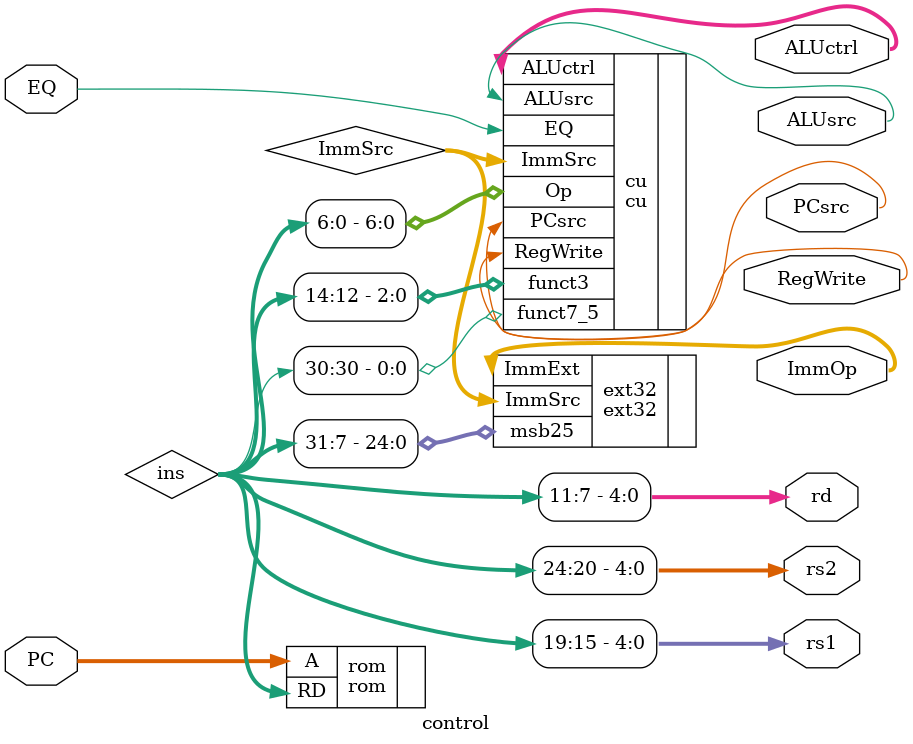
<source format=sv>
module control (
    //input logic                     clk,
    input logic     [31:0]          PC,
    input logic                     EQ,

    output logic                    RegWrite,   //Write enable for the register file
    output logic    [2:0]           ALUctrl,    //Configures ALU for required operation
    output logic                    ALUsrc,     //Selects register or immediate operand 
    output logic                    PCsrc,       //Selects PC addressing between PC:=PC+4 and PC:=Imm32
    

    output logic    [4:0]           rs1,
    output logic    [4:0]           rs2,
    output logic    [4:0]           rd,

    output logic    [31:0]          ImmOp
);

logic [31:0]    ins;
wire [1:0]     ImmSrc;
//logic [31:0] PC1;

rom rom (
    .A(PC), //change to PC1 for individual testing
    .RD(ins)
);

cu cu (
    .EQ(EQ),
    .Op(ins[6:0]),
    .funct3(ins[14:12]),
    .funct7_5(ins[30]),
    .RegWrite(RegWrite),
    .ALUctrl(ALUctrl),
    .ALUsrc(ALUsrc),
    .ImmSrc(ImmSrc),
    .PCsrc(PCsrc)
);

ext32 ext32 (
    .ImmSrc(ImmSrc),
    .msb25(ins[31:7]),
    .ImmExt(ImmOp)
);

assign rs1 = ins[19:15];
assign rs2 = ins[24:20];
assign rd = ins[11:7];

/*always_ff @(posedge clk)
    PC1 <= PC;*/

endmodule

</source>
